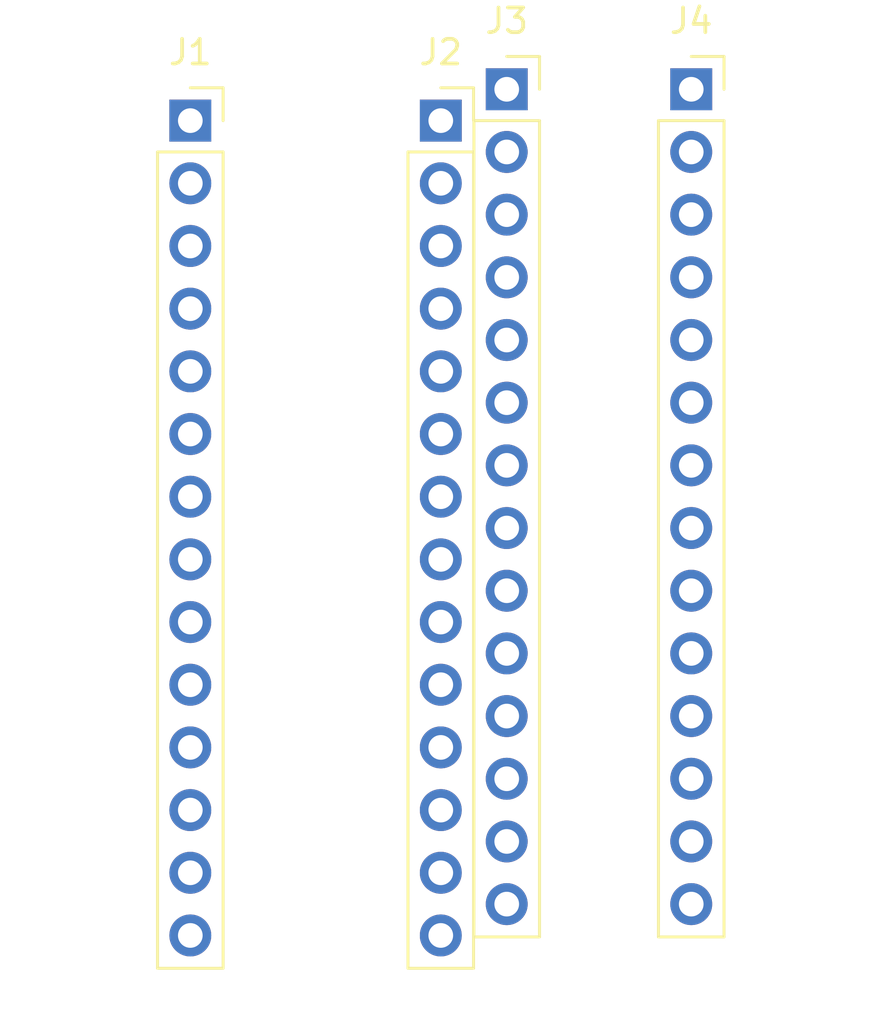
<source format=kicad_pcb>
(kicad_pcb (version 20171130) (host pcbnew 5.0.2+dfsg1-1)

  (general
    (thickness 1.6)
    (drawings 0)
    (tracks 0)
    (zones 0)
    (modules 4)
    (nets 29)
  )

  (page A4)
  (layers
    (0 F.Cu signal)
    (31 B.Cu signal)
    (32 B.Adhes user)
    (33 F.Adhes user)
    (34 B.Paste user)
    (35 F.Paste user)
    (36 B.SilkS user)
    (37 F.SilkS user)
    (38 B.Mask user)
    (39 F.Mask user)
    (40 Dwgs.User user)
    (41 Cmts.User user)
    (42 Eco1.User user)
    (43 Eco2.User user)
    (44 Edge.Cuts user)
    (45 Margin user)
    (46 B.CrtYd user)
    (47 F.CrtYd user)
    (48 B.Fab user)
    (49 F.Fab user)
  )

  (setup
    (last_trace_width 0.25)
    (trace_clearance 0.2)
    (zone_clearance 0.508)
    (zone_45_only no)
    (trace_min 0.2)
    (segment_width 0.2)
    (edge_width 0.15)
    (via_size 0.8)
    (via_drill 0.4)
    (via_min_size 0.4)
    (via_min_drill 0.3)
    (uvia_size 0.3)
    (uvia_drill 0.1)
    (uvias_allowed no)
    (uvia_min_size 0.2)
    (uvia_min_drill 0.1)
    (pcb_text_width 0.3)
    (pcb_text_size 1.5 1.5)
    (mod_edge_width 0.15)
    (mod_text_size 1 1)
    (mod_text_width 0.15)
    (pad_size 1.524 1.524)
    (pad_drill 0.762)
    (pad_to_mask_clearance 0.051)
    (solder_mask_min_width 0.25)
    (aux_axis_origin 0 0)
    (visible_elements FFFFFF7F)
    (pcbplotparams
      (layerselection 0x010fc_ffffffff)
      (usegerberextensions false)
      (usegerberattributes false)
      (usegerberadvancedattributes false)
      (creategerberjobfile false)
      (excludeedgelayer true)
      (linewidth 0.100000)
      (plotframeref false)
      (viasonmask false)
      (mode 1)
      (useauxorigin false)
      (hpglpennumber 1)
      (hpglpenspeed 20)
      (hpglpendiameter 15.000000)
      (psnegative false)
      (psa4output false)
      (plotreference true)
      (plotvalue true)
      (plotinvisibletext false)
      (padsonsilk false)
      (subtractmaskfromsilk false)
      (outputformat 1)
      (mirror false)
      (drillshape 1)
      (scaleselection 1)
      (outputdirectory ""))
  )

  (net 0 "")
  (net 1 "Net-(J1-Pad14)")
  (net 2 "Net-(J1-Pad13)")
  (net 3 "Net-(J1-Pad12)")
  (net 4 "Net-(J1-Pad11)")
  (net 5 "Net-(J1-Pad10)")
  (net 6 "Net-(J1-Pad9)")
  (net 7 "Net-(J1-Pad8)")
  (net 8 "Net-(J1-Pad7)")
  (net 9 "Net-(J1-Pad6)")
  (net 10 "Net-(J1-Pad5)")
  (net 11 "Net-(J1-Pad4)")
  (net 12 "Net-(J1-Pad3)")
  (net 13 "Net-(J1-Pad2)")
  (net 14 "Net-(J1-Pad1)")
  (net 15 "Net-(J3-Pad14)")
  (net 16 "Net-(J3-Pad13)")
  (net 17 "Net-(J3-Pad12)")
  (net 18 "Net-(J3-Pad11)")
  (net 19 "Net-(J3-Pad10)")
  (net 20 "Net-(J3-Pad9)")
  (net 21 "Net-(J3-Pad8)")
  (net 22 "Net-(J3-Pad7)")
  (net 23 "Net-(J3-Pad6)")
  (net 24 "Net-(J3-Pad5)")
  (net 25 "Net-(J3-Pad4)")
  (net 26 "Net-(J3-Pad3)")
  (net 27 "Net-(J3-Pad2)")
  (net 28 "Net-(J3-Pad1)")

  (net_class Default "Ceci est la Netclass par défaut."
    (clearance 0.2)
    (trace_width 0.25)
    (via_dia 0.8)
    (via_drill 0.4)
    (uvia_dia 0.3)
    (uvia_drill 0.1)
    (add_net "Net-(J1-Pad1)")
    (add_net "Net-(J1-Pad10)")
    (add_net "Net-(J1-Pad11)")
    (add_net "Net-(J1-Pad12)")
    (add_net "Net-(J1-Pad13)")
    (add_net "Net-(J1-Pad14)")
    (add_net "Net-(J1-Pad2)")
    (add_net "Net-(J1-Pad3)")
    (add_net "Net-(J1-Pad4)")
    (add_net "Net-(J1-Pad5)")
    (add_net "Net-(J1-Pad6)")
    (add_net "Net-(J1-Pad7)")
    (add_net "Net-(J1-Pad8)")
    (add_net "Net-(J1-Pad9)")
    (add_net "Net-(J3-Pad1)")
    (add_net "Net-(J3-Pad10)")
    (add_net "Net-(J3-Pad11)")
    (add_net "Net-(J3-Pad12)")
    (add_net "Net-(J3-Pad13)")
    (add_net "Net-(J3-Pad14)")
    (add_net "Net-(J3-Pad2)")
    (add_net "Net-(J3-Pad3)")
    (add_net "Net-(J3-Pad4)")
    (add_net "Net-(J3-Pad5)")
    (add_net "Net-(J3-Pad6)")
    (add_net "Net-(J3-Pad7)")
    (add_net "Net-(J3-Pad8)")
    (add_net "Net-(J3-Pad9)")
  )

  (module Connector_PinSocket_2.54mm:PinSocket_1x14_P2.54mm_Vertical (layer F.Cu) (tedit 5A19A434) (tstamp 5DAACB9D)
    (at 107.95 77.47)
    (descr "Through hole straight socket strip, 1x14, 2.54mm pitch, single row (from Kicad 4.0.7), script generated")
    (tags "Through hole socket strip THT 1x14 2.54mm single row")
    (path /5D9E354A)
    (fp_text reference J1 (at 0 -2.77) (layer F.SilkS)
      (effects (font (size 1 1) (thickness 0.15)))
    )
    (fp_text value Conn_01x14_Female (at 0 35.79) (layer F.Fab)
      (effects (font (size 1 1) (thickness 0.15)))
    )
    (fp_text user %R (at 0 16.51 90) (layer F.Fab)
      (effects (font (size 1 1) (thickness 0.15)))
    )
    (fp_line (start -1.8 34.8) (end -1.8 -1.8) (layer F.CrtYd) (width 0.05))
    (fp_line (start 1.75 34.8) (end -1.8 34.8) (layer F.CrtYd) (width 0.05))
    (fp_line (start 1.75 -1.8) (end 1.75 34.8) (layer F.CrtYd) (width 0.05))
    (fp_line (start -1.8 -1.8) (end 1.75 -1.8) (layer F.CrtYd) (width 0.05))
    (fp_line (start 0 -1.33) (end 1.33 -1.33) (layer F.SilkS) (width 0.12))
    (fp_line (start 1.33 -1.33) (end 1.33 0) (layer F.SilkS) (width 0.12))
    (fp_line (start 1.33 1.27) (end 1.33 34.35) (layer F.SilkS) (width 0.12))
    (fp_line (start -1.33 34.35) (end 1.33 34.35) (layer F.SilkS) (width 0.12))
    (fp_line (start -1.33 1.27) (end -1.33 34.35) (layer F.SilkS) (width 0.12))
    (fp_line (start -1.33 1.27) (end 1.33 1.27) (layer F.SilkS) (width 0.12))
    (fp_line (start -1.27 34.29) (end -1.27 -1.27) (layer F.Fab) (width 0.1))
    (fp_line (start 1.27 34.29) (end -1.27 34.29) (layer F.Fab) (width 0.1))
    (fp_line (start 1.27 -0.635) (end 1.27 34.29) (layer F.Fab) (width 0.1))
    (fp_line (start 0.635 -1.27) (end 1.27 -0.635) (layer F.Fab) (width 0.1))
    (fp_line (start -1.27 -1.27) (end 0.635 -1.27) (layer F.Fab) (width 0.1))
    (pad 14 thru_hole oval (at 0 33.02) (size 1.7 1.7) (drill 1) (layers *.Cu *.Mask)
      (net 1 "Net-(J1-Pad14)"))
    (pad 13 thru_hole oval (at 0 30.48) (size 1.7 1.7) (drill 1) (layers *.Cu *.Mask)
      (net 2 "Net-(J1-Pad13)"))
    (pad 12 thru_hole oval (at 0 27.94) (size 1.7 1.7) (drill 1) (layers *.Cu *.Mask)
      (net 3 "Net-(J1-Pad12)"))
    (pad 11 thru_hole oval (at 0 25.4) (size 1.7 1.7) (drill 1) (layers *.Cu *.Mask)
      (net 4 "Net-(J1-Pad11)"))
    (pad 10 thru_hole oval (at 0 22.86) (size 1.7 1.7) (drill 1) (layers *.Cu *.Mask)
      (net 5 "Net-(J1-Pad10)"))
    (pad 9 thru_hole oval (at 0 20.32) (size 1.7 1.7) (drill 1) (layers *.Cu *.Mask)
      (net 6 "Net-(J1-Pad9)"))
    (pad 8 thru_hole oval (at 0 17.78) (size 1.7 1.7) (drill 1) (layers *.Cu *.Mask)
      (net 7 "Net-(J1-Pad8)"))
    (pad 7 thru_hole oval (at 0 15.24) (size 1.7 1.7) (drill 1) (layers *.Cu *.Mask)
      (net 8 "Net-(J1-Pad7)"))
    (pad 6 thru_hole oval (at 0 12.7) (size 1.7 1.7) (drill 1) (layers *.Cu *.Mask)
      (net 9 "Net-(J1-Pad6)"))
    (pad 5 thru_hole oval (at 0 10.16) (size 1.7 1.7) (drill 1) (layers *.Cu *.Mask)
      (net 10 "Net-(J1-Pad5)"))
    (pad 4 thru_hole oval (at 0 7.62) (size 1.7 1.7) (drill 1) (layers *.Cu *.Mask)
      (net 11 "Net-(J1-Pad4)"))
    (pad 3 thru_hole oval (at 0 5.08) (size 1.7 1.7) (drill 1) (layers *.Cu *.Mask)
      (net 12 "Net-(J1-Pad3)"))
    (pad 2 thru_hole oval (at 0 2.54) (size 1.7 1.7) (drill 1) (layers *.Cu *.Mask)
      (net 13 "Net-(J1-Pad2)"))
    (pad 1 thru_hole rect (at 0 0) (size 1.7 1.7) (drill 1) (layers *.Cu *.Mask)
      (net 14 "Net-(J1-Pad1)"))
    (model ${KISYS3DMOD}/Connector_PinSocket_2.54mm.3dshapes/PinSocket_1x14_P2.54mm_Vertical.wrl
      (at (xyz 0 0 0))
      (scale (xyz 1 1 1))
      (rotate (xyz 0 0 0))
    )
  )

  (module Connector_PinSocket_2.54mm:PinSocket_1x14_P2.54mm_Vertical (layer F.Cu) (tedit 5A19A434) (tstamp 5DAAC902)
    (at 118.11 77.47)
    (descr "Through hole straight socket strip, 1x14, 2.54mm pitch, single row (from Kicad 4.0.7), script generated")
    (tags "Through hole socket strip THT 1x14 2.54mm single row")
    (path /5D9E34C6)
    (fp_text reference J2 (at 0 -2.77) (layer F.SilkS)
      (effects (font (size 1 1) (thickness 0.15)))
    )
    (fp_text value Conn_01x14_Female (at 0 35.79) (layer F.Fab)
      (effects (font (size 1 1) (thickness 0.15)))
    )
    (fp_line (start -1.27 -1.27) (end 0.635 -1.27) (layer F.Fab) (width 0.1))
    (fp_line (start 0.635 -1.27) (end 1.27 -0.635) (layer F.Fab) (width 0.1))
    (fp_line (start 1.27 -0.635) (end 1.27 34.29) (layer F.Fab) (width 0.1))
    (fp_line (start 1.27 34.29) (end -1.27 34.29) (layer F.Fab) (width 0.1))
    (fp_line (start -1.27 34.29) (end -1.27 -1.27) (layer F.Fab) (width 0.1))
    (fp_line (start -1.33 1.27) (end 1.33 1.27) (layer F.SilkS) (width 0.12))
    (fp_line (start -1.33 1.27) (end -1.33 34.35) (layer F.SilkS) (width 0.12))
    (fp_line (start -1.33 34.35) (end 1.33 34.35) (layer F.SilkS) (width 0.12))
    (fp_line (start 1.33 1.27) (end 1.33 34.35) (layer F.SilkS) (width 0.12))
    (fp_line (start 1.33 -1.33) (end 1.33 0) (layer F.SilkS) (width 0.12))
    (fp_line (start 0 -1.33) (end 1.33 -1.33) (layer F.SilkS) (width 0.12))
    (fp_line (start -1.8 -1.8) (end 1.75 -1.8) (layer F.CrtYd) (width 0.05))
    (fp_line (start 1.75 -1.8) (end 1.75 34.8) (layer F.CrtYd) (width 0.05))
    (fp_line (start 1.75 34.8) (end -1.8 34.8) (layer F.CrtYd) (width 0.05))
    (fp_line (start -1.8 34.8) (end -1.8 -1.8) (layer F.CrtYd) (width 0.05))
    (fp_text user %R (at 0 16.51 90) (layer F.Fab)
      (effects (font (size 1 1) (thickness 0.15)))
    )
    (pad 1 thru_hole rect (at 0 0) (size 1.7 1.7) (drill 1) (layers *.Cu *.Mask)
      (net 14 "Net-(J1-Pad1)"))
    (pad 2 thru_hole oval (at 0 2.54) (size 1.7 1.7) (drill 1) (layers *.Cu *.Mask)
      (net 13 "Net-(J1-Pad2)"))
    (pad 3 thru_hole oval (at 0 5.08) (size 1.7 1.7) (drill 1) (layers *.Cu *.Mask)
      (net 12 "Net-(J1-Pad3)"))
    (pad 4 thru_hole oval (at 0 7.62) (size 1.7 1.7) (drill 1) (layers *.Cu *.Mask)
      (net 11 "Net-(J1-Pad4)"))
    (pad 5 thru_hole oval (at 0 10.16) (size 1.7 1.7) (drill 1) (layers *.Cu *.Mask)
      (net 10 "Net-(J1-Pad5)"))
    (pad 6 thru_hole oval (at 0 12.7) (size 1.7 1.7) (drill 1) (layers *.Cu *.Mask)
      (net 9 "Net-(J1-Pad6)"))
    (pad 7 thru_hole oval (at 0 15.24) (size 1.7 1.7) (drill 1) (layers *.Cu *.Mask)
      (net 8 "Net-(J1-Pad7)"))
    (pad 8 thru_hole oval (at 0 17.78) (size 1.7 1.7) (drill 1) (layers *.Cu *.Mask)
      (net 7 "Net-(J1-Pad8)"))
    (pad 9 thru_hole oval (at 0 20.32) (size 1.7 1.7) (drill 1) (layers *.Cu *.Mask)
      (net 6 "Net-(J1-Pad9)"))
    (pad 10 thru_hole oval (at 0 22.86) (size 1.7 1.7) (drill 1) (layers *.Cu *.Mask)
      (net 5 "Net-(J1-Pad10)"))
    (pad 11 thru_hole oval (at 0 25.4) (size 1.7 1.7) (drill 1) (layers *.Cu *.Mask)
      (net 4 "Net-(J1-Pad11)"))
    (pad 12 thru_hole oval (at 0 27.94) (size 1.7 1.7) (drill 1) (layers *.Cu *.Mask)
      (net 3 "Net-(J1-Pad12)"))
    (pad 13 thru_hole oval (at 0 30.48) (size 1.7 1.7) (drill 1) (layers *.Cu *.Mask)
      (net 2 "Net-(J1-Pad13)"))
    (pad 14 thru_hole oval (at 0 33.02) (size 1.7 1.7) (drill 1) (layers *.Cu *.Mask)
      (net 1 "Net-(J1-Pad14)"))
    (model ${KISYS3DMOD}/Connector_PinSocket_2.54mm.3dshapes/PinSocket_1x14_P2.54mm_Vertical.wrl
      (at (xyz 0 0 0))
      (scale (xyz 1 1 1))
      (rotate (xyz 0 0 0))
    )
  )

  (module Connector_PinSocket_2.54mm:PinSocket_1x14_P2.54mm_Vertical (layer F.Cu) (tedit 5A19A434) (tstamp 5DAAC924)
    (at 120.785001 76.2)
    (descr "Through hole straight socket strip, 1x14, 2.54mm pitch, single row (from Kicad 4.0.7), script generated")
    (tags "Through hole socket strip THT 1x14 2.54mm single row")
    (path /5D9E3BEF)
    (fp_text reference J3 (at 0 -2.77) (layer F.SilkS)
      (effects (font (size 1 1) (thickness 0.15)))
    )
    (fp_text value Conn_01x14_Female (at 0 35.79) (layer F.Fab)
      (effects (font (size 1 1) (thickness 0.15)))
    )
    (fp_text user %R (at 0 16.51 90) (layer F.Fab)
      (effects (font (size 1 1) (thickness 0.15)))
    )
    (fp_line (start -1.8 34.8) (end -1.8 -1.8) (layer F.CrtYd) (width 0.05))
    (fp_line (start 1.75 34.8) (end -1.8 34.8) (layer F.CrtYd) (width 0.05))
    (fp_line (start 1.75 -1.8) (end 1.75 34.8) (layer F.CrtYd) (width 0.05))
    (fp_line (start -1.8 -1.8) (end 1.75 -1.8) (layer F.CrtYd) (width 0.05))
    (fp_line (start 0 -1.33) (end 1.33 -1.33) (layer F.SilkS) (width 0.12))
    (fp_line (start 1.33 -1.33) (end 1.33 0) (layer F.SilkS) (width 0.12))
    (fp_line (start 1.33 1.27) (end 1.33 34.35) (layer F.SilkS) (width 0.12))
    (fp_line (start -1.33 34.35) (end 1.33 34.35) (layer F.SilkS) (width 0.12))
    (fp_line (start -1.33 1.27) (end -1.33 34.35) (layer F.SilkS) (width 0.12))
    (fp_line (start -1.33 1.27) (end 1.33 1.27) (layer F.SilkS) (width 0.12))
    (fp_line (start -1.27 34.29) (end -1.27 -1.27) (layer F.Fab) (width 0.1))
    (fp_line (start 1.27 34.29) (end -1.27 34.29) (layer F.Fab) (width 0.1))
    (fp_line (start 1.27 -0.635) (end 1.27 34.29) (layer F.Fab) (width 0.1))
    (fp_line (start 0.635 -1.27) (end 1.27 -0.635) (layer F.Fab) (width 0.1))
    (fp_line (start -1.27 -1.27) (end 0.635 -1.27) (layer F.Fab) (width 0.1))
    (pad 14 thru_hole oval (at 0 33.02) (size 1.7 1.7) (drill 1) (layers *.Cu *.Mask)
      (net 15 "Net-(J3-Pad14)"))
    (pad 13 thru_hole oval (at 0 30.48) (size 1.7 1.7) (drill 1) (layers *.Cu *.Mask)
      (net 16 "Net-(J3-Pad13)"))
    (pad 12 thru_hole oval (at 0 27.94) (size 1.7 1.7) (drill 1) (layers *.Cu *.Mask)
      (net 17 "Net-(J3-Pad12)"))
    (pad 11 thru_hole oval (at 0 25.4) (size 1.7 1.7) (drill 1) (layers *.Cu *.Mask)
      (net 18 "Net-(J3-Pad11)"))
    (pad 10 thru_hole oval (at 0 22.86) (size 1.7 1.7) (drill 1) (layers *.Cu *.Mask)
      (net 19 "Net-(J3-Pad10)"))
    (pad 9 thru_hole oval (at 0 20.32) (size 1.7 1.7) (drill 1) (layers *.Cu *.Mask)
      (net 20 "Net-(J3-Pad9)"))
    (pad 8 thru_hole oval (at 0 17.78) (size 1.7 1.7) (drill 1) (layers *.Cu *.Mask)
      (net 21 "Net-(J3-Pad8)"))
    (pad 7 thru_hole oval (at 0 15.24) (size 1.7 1.7) (drill 1) (layers *.Cu *.Mask)
      (net 22 "Net-(J3-Pad7)"))
    (pad 6 thru_hole oval (at 0 12.7) (size 1.7 1.7) (drill 1) (layers *.Cu *.Mask)
      (net 23 "Net-(J3-Pad6)"))
    (pad 5 thru_hole oval (at 0 10.16) (size 1.7 1.7) (drill 1) (layers *.Cu *.Mask)
      (net 24 "Net-(J3-Pad5)"))
    (pad 4 thru_hole oval (at 0 7.62) (size 1.7 1.7) (drill 1) (layers *.Cu *.Mask)
      (net 25 "Net-(J3-Pad4)"))
    (pad 3 thru_hole oval (at 0 5.08) (size 1.7 1.7) (drill 1) (layers *.Cu *.Mask)
      (net 26 "Net-(J3-Pad3)"))
    (pad 2 thru_hole oval (at 0 2.54) (size 1.7 1.7) (drill 1) (layers *.Cu *.Mask)
      (net 27 "Net-(J3-Pad2)"))
    (pad 1 thru_hole rect (at 0 0) (size 1.7 1.7) (drill 1) (layers *.Cu *.Mask)
      (net 28 "Net-(J3-Pad1)"))
    (model ${KISYS3DMOD}/Connector_PinSocket_2.54mm.3dshapes/PinSocket_1x14_P2.54mm_Vertical.wrl
      (at (xyz 0 0 0))
      (scale (xyz 1 1 1))
      (rotate (xyz 0 0 0))
    )
  )

  (module Connector_PinSocket_2.54mm:PinSocket_1x14_P2.54mm_Vertical (layer F.Cu) (tedit 5A19A434) (tstamp 5DAACDD2)
    (at 128.27 76.2)
    (descr "Through hole straight socket strip, 1x14, 2.54mm pitch, single row (from Kicad 4.0.7), script generated")
    (tags "Through hole socket strip THT 1x14 2.54mm single row")
    (path /5D9E3BE9)
    (fp_text reference J4 (at 0 -2.77) (layer F.SilkS)
      (effects (font (size 1 1) (thickness 0.15)))
    )
    (fp_text value Conn_01x14_Female (at 0 35.79) (layer F.Fab)
      (effects (font (size 1 1) (thickness 0.15)))
    )
    (fp_line (start -1.27 -1.27) (end 0.635 -1.27) (layer F.Fab) (width 0.1))
    (fp_line (start 0.635 -1.27) (end 1.27 -0.635) (layer F.Fab) (width 0.1))
    (fp_line (start 1.27 -0.635) (end 1.27 34.29) (layer F.Fab) (width 0.1))
    (fp_line (start 1.27 34.29) (end -1.27 34.29) (layer F.Fab) (width 0.1))
    (fp_line (start -1.27 34.29) (end -1.27 -1.27) (layer F.Fab) (width 0.1))
    (fp_line (start -1.33 1.27) (end 1.33 1.27) (layer F.SilkS) (width 0.12))
    (fp_line (start -1.33 1.27) (end -1.33 34.35) (layer F.SilkS) (width 0.12))
    (fp_line (start -1.33 34.35) (end 1.33 34.35) (layer F.SilkS) (width 0.12))
    (fp_line (start 1.33 1.27) (end 1.33 34.35) (layer F.SilkS) (width 0.12))
    (fp_line (start 1.33 -1.33) (end 1.33 0) (layer F.SilkS) (width 0.12))
    (fp_line (start 0 -1.33) (end 1.33 -1.33) (layer F.SilkS) (width 0.12))
    (fp_line (start -1.8 -1.8) (end 1.75 -1.8) (layer F.CrtYd) (width 0.05))
    (fp_line (start 1.75 -1.8) (end 1.75 34.8) (layer F.CrtYd) (width 0.05))
    (fp_line (start 1.75 34.8) (end -1.8 34.8) (layer F.CrtYd) (width 0.05))
    (fp_line (start -1.8 34.8) (end -1.8 -1.8) (layer F.CrtYd) (width 0.05))
    (fp_text user %R (at 0 16.51 90) (layer F.Fab)
      (effects (font (size 1 1) (thickness 0.15)))
    )
    (pad 1 thru_hole rect (at 0 0) (size 1.7 1.7) (drill 1) (layers *.Cu *.Mask)
      (net 28 "Net-(J3-Pad1)"))
    (pad 2 thru_hole oval (at 0 2.54) (size 1.7 1.7) (drill 1) (layers *.Cu *.Mask)
      (net 27 "Net-(J3-Pad2)"))
    (pad 3 thru_hole oval (at 0 5.08) (size 1.7 1.7) (drill 1) (layers *.Cu *.Mask)
      (net 26 "Net-(J3-Pad3)"))
    (pad 4 thru_hole oval (at 0 7.62) (size 1.7 1.7) (drill 1) (layers *.Cu *.Mask)
      (net 25 "Net-(J3-Pad4)"))
    (pad 5 thru_hole oval (at 0 10.16) (size 1.7 1.7) (drill 1) (layers *.Cu *.Mask)
      (net 24 "Net-(J3-Pad5)"))
    (pad 6 thru_hole oval (at 0 12.7) (size 1.7 1.7) (drill 1) (layers *.Cu *.Mask)
      (net 23 "Net-(J3-Pad6)"))
    (pad 7 thru_hole oval (at 0 15.24) (size 1.7 1.7) (drill 1) (layers *.Cu *.Mask)
      (net 22 "Net-(J3-Pad7)"))
    (pad 8 thru_hole oval (at 0 17.78) (size 1.7 1.7) (drill 1) (layers *.Cu *.Mask)
      (net 21 "Net-(J3-Pad8)"))
    (pad 9 thru_hole oval (at 0 20.32) (size 1.7 1.7) (drill 1) (layers *.Cu *.Mask)
      (net 20 "Net-(J3-Pad9)"))
    (pad 10 thru_hole oval (at 0 22.86) (size 1.7 1.7) (drill 1) (layers *.Cu *.Mask)
      (net 19 "Net-(J3-Pad10)"))
    (pad 11 thru_hole oval (at 0 25.4) (size 1.7 1.7) (drill 1) (layers *.Cu *.Mask)
      (net 18 "Net-(J3-Pad11)"))
    (pad 12 thru_hole oval (at 0 27.94) (size 1.7 1.7) (drill 1) (layers *.Cu *.Mask)
      (net 17 "Net-(J3-Pad12)"))
    (pad 13 thru_hole oval (at 0 30.48) (size 1.7 1.7) (drill 1) (layers *.Cu *.Mask)
      (net 16 "Net-(J3-Pad13)"))
    (pad 14 thru_hole oval (at 0 33.02) (size 1.7 1.7) (drill 1) (layers *.Cu *.Mask)
      (net 15 "Net-(J3-Pad14)"))
    (model ${KISYS3DMOD}/Connector_PinSocket_2.54mm.3dshapes/PinSocket_1x14_P2.54mm_Vertical.wrl
      (at (xyz 0 0 0))
      (scale (xyz 1 1 1))
      (rotate (xyz 0 0 0))
    )
  )

)

</source>
